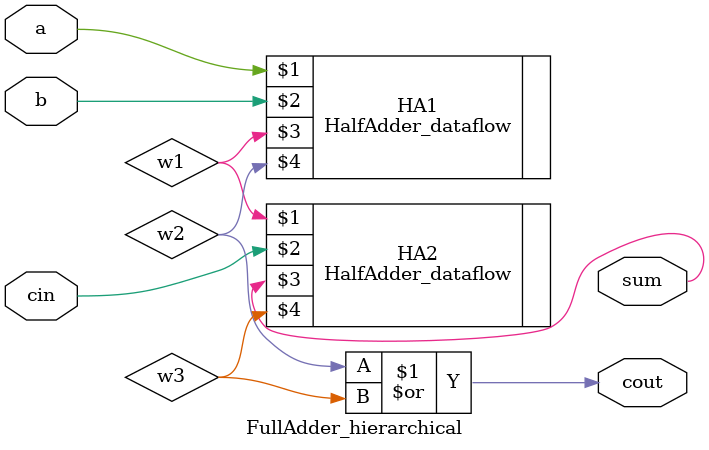
<source format=v>
`timescale 1ns / 1ps

module FullAdder_hierarchical(
    input a,
    input b,
    input cin,
    output sum,
    output cout
    );
    wire w1, w2, w3;
    HalfAdder_dataflow HA1(a, b, w1, w2);
    HalfAdder_dataflow HA2(w1, cin, sum, w3);
    or o1(cout, w2, w3);
endmodule

</source>
